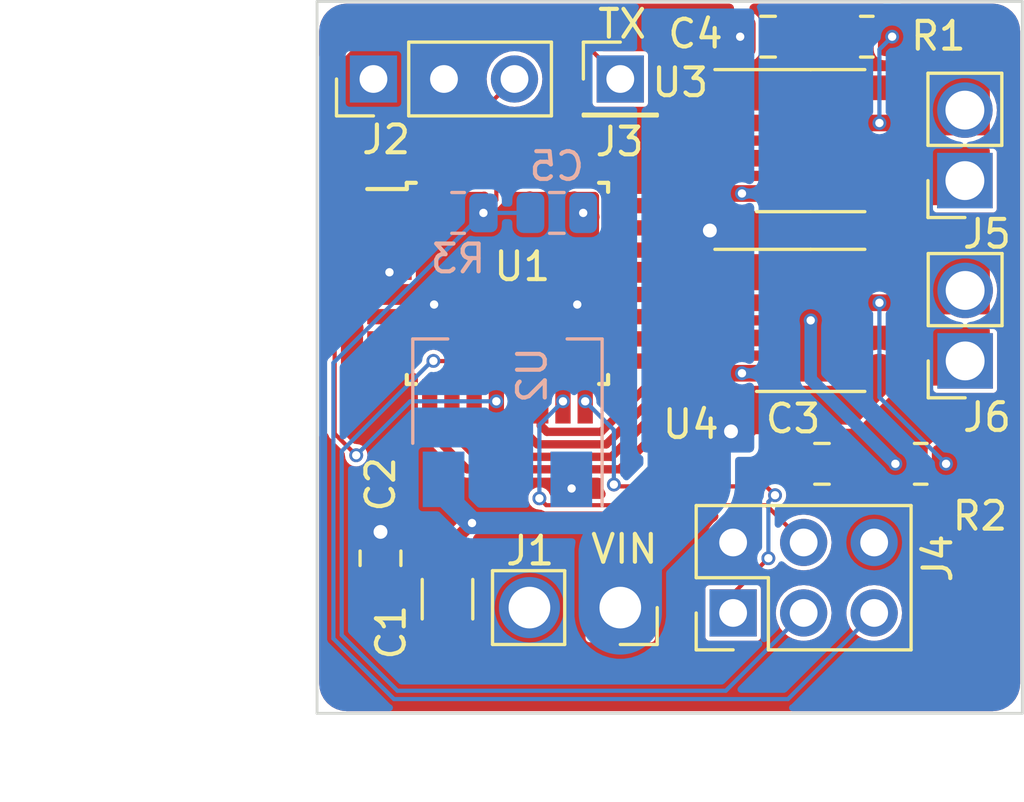
<source format=kicad_pcb>
(kicad_pcb (version 20240108) (generator "pcbnew") (generator_version "8.0")
  (layers (0 "F.Cu" signal) (31 "B.Cu" signal) (34 "B.Paste" user) (35 "F.Paste" user) (36 "B.SilkS" user "B.Silkscreen") (37 "F.SilkS" user "F.Silkscreen") (38 "B.Mask" user) (39 "F.Mask" user) (44 "Edge.Cuts" user))
  (net 0 "")
  (net 1 "Net-(U4-LSS)")
  (net 2 "Net-(U1-PD5)")
  (net 3 "Net-(U1-PD6)")
  (net 5 "+BATT")
  (net 7 "GND")
  (net 8 "/~{RST}")
  (net 9 "+5V")
  (net 10 "/MOSI")
  (net 11 "/SCK")
  (net 12 "/MISO")
  (net 13 "Net-(J3-Pin_1)")
  (net 17 "Net-(J5-Pin_1)")
  (net 18 "/RX")
  (net 19 "/TX")
  (net 24 "Net-(J5-Pin_2)")
  (net 25 "Net-(J6-Pin_2)")
  (net 27 "Net-(U3-LSS)")
  (net 28 "Net-(U1-PB1)")
  (net 29 "Net-(U1-PB2)")
  (net 34 "Net-(J6-Pin_1)")
  (footprint "Capacitor_SMD:C_0805_2012Metric" (layer "F.Cu") (at 130.81 52.578 90)
    (property "Reference" "C2" (at 2.667 0 90) (layer "F.SilkS"))
    (property "Value" "0.1uF")
    (fp_line (start -0.261252 -0.735) (end 0.261252 -0.735) (stroke (width 0.12)) (layer "F.SilkS"))
    (fp_line (start -0.261252 0.735) (end 0.261252 0.735) (stroke (width 0.12)) (layer "F.SilkS"))
    (pad "1" smd roundrect (at -0.95 0 90) (size 1 1.45) (layers "F.Cu" "F.Paste" "F.Mask") (net 7 "GND"))
    (pad "2" smd roundrect (at 0.95 0 90) (size 1 1.45) (layers "F.Cu" "F.Paste" "F.Mask") (net 9 "+5V"))
  )
  (footprint "Resistor_SMD:R_0805_2012Metric" (layer "F.Cu") (at 148.3245 33.781)
    (property "Reference" "R1" (at 2.5769 -0.0244 0) (layer "F.SilkS"))
    (property "Value" "0.2")
    (fp_line (start -0.227064 -0.735) (end 0.227064 -0.735) (stroke (width 0.12)) (layer "F.SilkS"))
    (fp_line (start -0.227064 0.735) (end 0.227064 0.735) (stroke (width 0.12)) (layer "F.SilkS"))
    (pad "1" smd roundrect (at -0.9125 0) (size 1.025 1.4) (layers "F.Cu" "F.Paste" "F.Mask") (roundrect_rratio 0.243902439) (net 7 "GND"))
    (pad "2" smd roundrect (at 0.9125 0) (size 1.025 1.4) (layers "F.Cu" "F.Paste" "F.Mask") (roundrect_rratio 0.243902439) (net 27 "Net-(U3-LSS)"))
  )
  (footprint "Capacitor_SMD:C_0805_2012Metric" (layer "F.Cu") (at 144.7704 33.781)
    (property "Reference" "C4" (at -2.6162 -0.1016 0) (layer "F.SilkS"))
    (property "Value" "0.1uF")
    (fp_line (start -0.261252 -0.735) (end 0.261252 -0.735) (stroke (width 0.12)) (layer "F.SilkS"))
    (fp_line (start -0.261252 0.735) (end 0.261252 0.735) (stroke (width 0.12)) (layer "F.SilkS"))
    (pad "1" smd roundrect (at -0.95 0) (size 1 1.45) (layers "F.Cu" "F.Paste" "F.Mask") (net 5 "+BATT"))
    (pad "2" smd roundrect (at 0.95 0) (size 1 1.45) (layers "F.Cu" "F.Paste" "F.Mask") (net 7 "GND"))
  )
  (footprint "Connector_PinSocket_2.54mm:PinSocket_1x02_P2.54mm_Vertical" (layer "F.Cu") (at 151.8574 38.968 180)
    (property "Reference" "J5" (at -0.7966 -1.926 0) (layer "F.SilkS"))
    (property "Value" "M1")
    (fp_line (start 1.33 1.27) (end 1.33 3.87) (stroke (width 0.12)) (layer "F.SilkS"))
    (fp_line (start 1.33 -1.33) (end 1.33 0) (stroke (width 0.12)) (layer "F.SilkS"))
    (fp_line (start 0 -1.33) (end 1.33 -1.33) (stroke (width 0.12)) (layer "F.SilkS"))
    (fp_line (start -1.33 3.87) (end 1.33 3.87) (stroke (width 0.12)) (layer "F.SilkS"))
    (fp_line (start -1.33 1.27) (end 1.33 1.27) (stroke (width 0.12)) (layer "F.SilkS"))
    (fp_line (start -1.33 1.27) (end -1.33 3.87) (stroke (width 0.12)) (layer "F.SilkS"))
    (pad "1" thru_hole rect (at 0 0 180) (size 2 2) (drill 1.4) (layers "*.Cu" "*.Mask") (net 17 "Net-(J5-Pin_1)"))
    (pad "2" thru_hole oval (at 0 2.54 180) (size 2 2) (drill 1.4) (layers "*.Cu" "*.Mask") (net 24 "Net-(J5-Pin_2)"))
  )
  (footprint "Capacitor_SMD:C_0805_2012Metric" (layer "F.Cu") (at 146.7104 49.1744)
    (property "Reference" "C3" (at -1.0414 -1.6256 0) (layer "F.SilkS"))
    (property "Value" "0.1uF")
    (fp_line (start -0.261252 -0.735) (end 0.261252 -0.735) (stroke (width 0.12)) (layer "F.SilkS"))
    (fp_line (start -0.261252 0.735) (end 0.261252 0.735) (stroke (width 0.12)) (layer "F.SilkS"))
    (pad "1" smd roundrect (at -0.95 0) (size 1 1.45) (layers "F.Cu" "F.Paste" "F.Mask") (net 5 "+BATT"))
    (pad "2" smd roundrect (at 0.95 0) (size 1 1.45) (layers "F.Cu" "F.Paste" "F.Mask") (net 7 "GND"))
  )
  (footprint "Connector_PinSocket_2.54mm:PinSocket_1x02_P2.54mm_Vertical" (layer "F.Cu") (at 139.446 54.356 -90)
    (property "Reference" "J1" (at -2.0472 3.2466 0) (layer "F.SilkS"))
    (property "Value" "Power")
    (fp_line (start -1.33 4.602) (end 1.33 4.602) (stroke (width 0.12)) (layer "F.SilkS"))
    (fp_line (start -1.33 2.002) (end -1.33 4.602) (stroke (width 0.12)) (layer "F.SilkS"))
    (fp_line (start -1.33 2.002) (end 1.33 2.002) (stroke (width 0.12)) (layer "F.SilkS"))
    (fp_line (start 1.33 2.002) (end 1.33 4.602) (stroke (width 0.12)) (layer "F.SilkS"))
    (fp_line (start 0 -1.33) (end 1.33 -1.33) (stroke (width 0.12)) (layer "F.SilkS"))
    (fp_line (start 1.33 -1.33) (end 1.33 0) (stroke (width 0.12)) (layer "F.SilkS"))
    (pad "1" thru_hole rect (at 0 0 270) (size 2.2 2.2) (drill 1.5) (layers "*.Cu" "*.Mask") (net 5 "+BATT"))
    (pad "2" thru_hole oval (at 0 3.272 270) (size 2.2 2.2) (drill 1.5) (layers "*.Cu" "*.Mask") (net 7 "GND"))
  )
  (footprint "Connector_PinSocket_2.54mm:PinSocket_1x02_P2.54mm_Vertical" (layer "F.Cu") (at 151.8666 45.466 180)
    (property "Reference" "J6" (at -0.7874 -2.032 0) (layer "F.SilkS"))
    (property "Value" "M2")
    (fp_line (start 1.33 1.27) (end 1.33 3.87) (stroke (width 0.12)) (layer "F.SilkS"))
    (fp_line (start 1.33 -1.33) (end 1.33 0) (stroke (width 0.12)) (layer "F.SilkS"))
    (fp_line (start 0 -1.33) (end 1.33 -1.33) (stroke (width 0.12)) (layer "F.SilkS"))
    (fp_line (start -1.33 3.87) (end 1.33 3.87) (stroke (width 0.12)) (layer "F.SilkS"))
    (fp_line (start -1.33 1.27) (end 1.33 1.27) (stroke (width 0.12)) (layer "F.SilkS"))
    (fp_line (start -1.33 1.27) (end -1.33 3.87) (stroke (width 0.12)) (layer "F.SilkS"))
    (pad "1" thru_hole rect (at 0 0 180) (size 2 2) (drill 1.4) (layers "*.Cu" "*.Mask") (net 34 "Net-(J6-Pin_1)"))
    (pad "2" thru_hole oval (at 0 2.54 180) (size 2 2) (drill 1.4) (layers "*.Cu" "*.Mask") (net 25 "Net-(J6-Pin_2)"))
  )
  (footprint "kibuzzard-6781F98D" (layer "F.Cu") (at 131.826 57.15)
    (property "Reference" "kibuzzard-6781F98D" (hide yes))
    (property "Value" "G***" (hide yes))
  )
  (footprint "Connector_PinHeader_2.54mm:PinHeader_1x01_P2.54mm_Vertical" (layer "F.Cu") (at 139.446 35.306)
    (property "Reference" "J3" (at -0.0254 2.2606 0) (layer "F.SilkS"))
    (property "Value" "Servo")
    (fp_line (start -1.33 -1.33) (end 0 -1.33) (stroke (width 0.12)) (layer "F.SilkS"))
    (fp_line (start -1.33 0) (end -1.33 -1.33) (stroke (width 0.12)) (layer "F.SilkS"))
    (fp_line (start -1.33 1.27) (end -1.33 1.33) (stroke (width 0.12)) (layer "F.SilkS"))
    (fp_line (start -1.33 1.27) (end 1.33 1.27) (stroke (width 0.12)) (layer "F.SilkS"))
    (fp_line (start -1.33 1.33) (end 1.33 1.33) (stroke (width 0.12)) (layer "F.SilkS"))
    (fp_line (start 1.33 1.27) (end 1.33 1.33) (stroke (width 0.12)) (layer "F.SilkS"))
    (pad "1" thru_hole rect (at 0 0) (size 1.7 1.7) (drill 1) (layers "*.Cu" "*.Mask") (net 13 "Net-(J3-Pin_1)"))
  )
  (footprint "Package_QFP:TQFP-32_7x7mm_P0.8mm" (layer "F.Cu") (at 135.382 42.672)
    (property "Reference" "U1" (at 0.5334 -0.6096 0) (layer "F.SilkS"))
    (property "Value" "ATmega328-A")
    (fp_line (start -3.625 -3.625) (end -3.625 -3.4) (stroke (width 0.15)) (layer "F.SilkS"))
    (fp_line (start -3.625 -3.625) (end -3.3 -3.625) (stroke (width 0.15)) (layer "F.SilkS"))
    (fp_line (start -3.625 -3.4) (end -5.05 -3.4) (stroke (width 0.15)) (layer "F.SilkS"))
    (fp_line (start -3.625 3.625) (end -3.625 3.3) (stroke (width 0.15)) (layer "F.SilkS"))
    (fp_line (start -3.625 3.625) (end -3.3 3.625) (stroke (width 0.15)) (layer "F.SilkS"))
    (fp_line (start 3.625 -3.625) (end 3.3 -3.625) (stroke (width 0.15)) (layer "F.SilkS"))
    (fp_line (start 3.625 -3.625) (end 3.625 -3.3) (stroke (width 0.15)) (layer "F.SilkS"))
    (fp_line (start 3.625 3.625) (end 3.3 3.625) (stroke (width 0.15)) (layer "F.SilkS"))
    (fp_line (start 3.625 3.625) (end 3.625 3.3) (stroke (width 0.15)) (layer "F.SilkS"))
    (pad "1" smd rect (at -4.25 -2.8) (size 1.6 0.55) (layers "F.Cu" "F.Paste" "F.Mask"))
    (pad "2" smd rect (at -4.25 -2) (size 1.6 0.55) (layers "F.Cu" "F.Paste" "F.Mask"))
    (pad "3" smd rect (at -4.25 -1.2) (size 1.6 0.55) (layers "F.Cu" "F.Paste" "F.Mask") (net 7 "GND"))
    (pad "4" smd rect (at -4.25 -0.4) (size 1.6 0.55) (layers "F.Cu" "F.Paste" "F.Mask") (net 9 "+5V"))
    (pad "5" smd rect (at -4.25 0.4) (size 1.6 0.55) (layers "F.Cu" "F.Paste" "F.Mask") (net 7 "GND"))
    (pad "6" smd rect (at -4.25 1.2) (size 1.6 0.55) (layers "F.Cu" "F.Paste" "F.Mask") (net 9 "+5V"))
    (pad "7" smd rect (at -4.25 2) (size 1.6 0.55) (layers "F.Cu" "F.Paste" "F.Mask"))
    (pad "8" smd rect (at -4.25 2.8) (size 1.6 0.55) (layers "F.Cu" "F.Paste" "F.Mask"))
    (pad "9" smd rect (at -2.8 4.25 90) (size 1.6 0.55) (layers "F.Cu" "F.Paste" "F.Mask") (net 2 "Net-(U1-PD5)"))
    (pad "10" smd rect (at -2 4.25 90) (size 1.6 0.55) (layers "F.Cu" "F.Paste" "F.Mask") (net 3 "Net-(U1-PD6)"))
    (pad "11" smd rect (at -1.2 4.25 90) (size 1.6 0.55) (layers "F.Cu" "F.Paste" "F.Mask"))
    (pad "12" smd rect (at -0.4 4.25 90) (size 1.6 0.55) (layers "F.Cu" "F.Paste" "F.Mask") (net 13 "Net-(J3-Pin_1)"))
    (pad "13" smd rect (at 0.4 4.25 90) (size 1.6 0.55) (layers "F.Cu" "F.Paste" "F.Mask") (net 28 "Net-(U1-PB1)"))
    (pad "14" smd rect (at 1.2 4.25 90) (size 1.6 0.55) (layers "F.Cu" "F.Paste" "F.Mask") (net 29 "Net-(U1-PB2)"))
    (pad "15" smd rect (at 2 4.25 90) (size 1.6 0.55) (layers "F.Cu" "F.Paste" "F.Mask") (net 10 "/MOSI"))
    (pad "16" smd rect (at 2.8 4.25 90) (size 1.6 0.55) (layers "F.Cu" "F.Paste" "F.Mask") (net 12 "/MISO"))
    (pad "17" smd rect (at 4.25 2.8) (size 1.6 0.55) (layers "F.Cu" "F.Paste" "F.Mask") (net 11 "/SCK"))
    (pad "18" smd rect (at 4.25 2) (size 1.6 0.55) (layers "F.Cu" "F.Paste" "F.Mask") (net 9 "+5V"))
    (pad "19" smd rect (at 4.25 1.2) (size 1.6 0.55) (layers "F.Cu" "F.Paste" "F.Mask"))
    (pad "20" smd rect (at 4.25 0.4) (size 1.6 0.55) (layers "F.Cu" "F.Paste" "F.Mask") (net 9 "+5V"))
    (pad "21" smd rect (at 4.25 -0.4) (size 1.6 0.55) (layers "F.Cu" "F.Paste" "F.Mask") (net 7 "GND"))
    (pad "22" smd rect (at 4.25 -1.2) (size 1.6 0.55) (layers "F.Cu" "F.Paste" "F.Mask"))
    (pad "23" smd rect (at 4.25 -2) (size 1.6 0.55) (layers "F.Cu" "F.Paste" "F.Mask"))
    (pad "24" smd rect (at 4.25 -2.8) (size 1.6 0.55) (layers "F.Cu" "F.Paste" "F.Mask"))
    (pad "25" smd rect (at 2.8 -4.25 90) (size 1.6 0.55) (layers "F.Cu" "F.Paste" "F.Mask"))
    (pad "26" smd rect (at 2 -4.25 90) (size 1.6 0.55) (layers "F.Cu" "F.Paste" "F.Mask"))
    (pad "27" smd rect (at 1.2 -4.25 90) (size 1.6 0.55) (layers "F.Cu" "F.Paste" "F.Mask"))
    (pad "28" smd rect (at 0.4 -4.25 90) (size 1.6 0.55) (layers "F.Cu" "F.Paste" "F.Mask"))
    (pad "29" smd rect (at -0.4 -4.25 90) (size 1.6 0.55) (layers "F.Cu" "F.Paste" "F.Mask") (net 8 "/~{RST}"))
    (pad "30" smd rect (at -1.2 -4.25 90) (size 1.6 0.55) (layers "F.Cu" "F.Paste" "F.Mask") (net 18 "/RX"))
    (pad "31" smd rect (at -2 -4.25 90) (size 1.6 0.55) (layers "F.Cu" "F.Paste" "F.Mask") (net 19 "/TX"))
    (pad "32" smd rect (at -2.8 -4.25 90) (size 1.6 0.55) (layers "F.Cu" "F.Paste" "F.Mask"))
  )
  (footprint "Package_SO:SOIC-8-1EP_3.9x4.9mm_P1.27mm_EP2.41x3.3mm" (layer "F.Cu") (at 146.304 44.005)
    (property "Reference" "U4" (at -4.318 3.747 0) (layer "F.SilkS"))
    (property "Value" "A4950E")
    (fp_line (start 0 -2.56) (end -3.45 -2.56) (stroke (width 0.12)) (layer "F.SilkS"))
    (fp_line (start 0 -2.56) (end 1.95 -2.56) (stroke (width 0.12)) (layer "F.SilkS"))
    (fp_line (start 0 2.56) (end -1.95 2.56) (stroke (width 0.12)) (layer "F.SilkS"))
    (fp_line (start 0 2.56) (end 1.95 2.56) (stroke (width 0.12)) (layer "F.SilkS"))
    (pad "1" smd roundrect (at -2.475 -1.905) (size 1.95 0.6) (layers "F.Cu" "F.Paste" "F.Mask") (net 7 "GND"))
    (pad "2" smd roundrect (at -2.475 -0.635) (size 1.95 0.6) (layers "F.Cu" "F.Paste" "F.Mask") (net 3 "Net-(U1-PD6)"))
    (pad "3" smd roundrect (at -2.475 0.635) (size 1.95 0.6) (layers "F.Cu" "F.Paste" "F.Mask") (net 2 "Net-(U1-PD5)"))
    (pad "4" smd roundrect (at -2.475 1.905) (size 1.95 0.6) (layers "F.Cu" "F.Paste" "F.Mask") (net 9 "+5V"))
    (pad "5" smd roundrect (at 2.475 1.905) (size 1.95 0.6) (layers "F.Cu" "F.Paste" "F.Mask") (net 5 "+BATT"))
    (pad "6" smd roundrect (at 2.475 0.635) (size 1.95 0.6) (layers "F.Cu" "F.Paste" "F.Mask") (net 34 "Net-(J6-Pin_1)"))
    (pad "7" smd roundrect (at 2.475 -0.635) (size 1.95 0.6) (layers "F.Cu" "F.Paste" "F.Mask") (net 1 "Net-(U4-LSS)"))
    (pad "8" smd roundrect (at 2.475 -1.905) (size 1.95 0.6) (layers "F.Cu" "F.Paste" "F.Mask") (net 25 "Net-(J6-Pin_2)"))
    (pad "9" smd rect (at 0 0) (size 2.41 3.3) (layers "F.Cu" "F.Mask") (net 7 "GND"))
  )
  (footprint "Resistor_SMD:R_0805_2012Metric" (layer "F.Cu") (at 150.2664 49.1744)
    (property "Reference" "R2" (at 2.1336 1.8796 0) (layer "F.SilkS"))
    (property "Value" "0.2")
    (fp_line (start -0.227064 -0.735) (end 0.227064 -0.735) (stroke (width 0.12)) (layer "F.SilkS"))
    (fp_line (start -0.227064 0.735) (end 0.227064 0.735) (stroke (width 0.12)) (layer "F.SilkS"))
    (pad "1" smd roundrect (at -0.9125 0) (size 1.025 1.4) (layers "F.Cu" "F.Paste" "F.Mask") (roundrect_rratio 0.243902439) (net 7 "GND"))
    (pad "2" smd roundrect (at 0.9125 0) (size 1.025 1.4) (layers "F.Cu" "F.Paste" "F.Mask") (roundrect_rratio 0.243902439) (net 1 "Net-(U4-LSS)"))
  )
  (footprint "Package_SO:SOIC-8-1EP_3.9x4.9mm_P1.27mm_EP2.41x3.3mm" (layer "F.Cu") (at 146.304 37.527)
    (property "Reference" "U3" (at -4.699 -2.094 0) (layer "F.SilkS"))
    (property "Value" "A4950E")
    (fp_line (start 0 -2.56) (end -3.45 -2.56) (stroke (width 0.12)) (layer "F.SilkS"))
    (fp_line (start 0 -2.56) (end 1.95 -2.56) (stroke (width 0.12)) (layer "F.SilkS"))
    (fp_line (start 0 2.56) (end -1.95 2.56) (stroke (width 0.12)) (layer "F.SilkS"))
    (fp_line (start 0 2.56) (end 1.95 2.56) (stroke (width 0.12)) (layer "F.SilkS"))
    (pad "1" smd roundrect (at -2.475 -1.905) (size 1.95 0.6) (layers "F.Cu" "F.Paste" "F.Mask") (net 7 "GND"))
    (pad "2" smd roundrect (at -2.475 -0.635) (size 1.95 0.6) (layers "F.Cu" "F.Paste" "F.Mask") (net 29 "Net-(U1-PB2)"))
    (pad "3" smd roundrect (at -2.475 0.635) (size 1.95 0.6) (layers "F.Cu" "F.Paste" "F.Mask") (net 28 "Net-(U1-PB1)"))
    (pad "4" smd roundrect (at -2.475 1.905) (size 1.95 0.6) (layers "F.Cu" "F.Paste" "F.Mask") (net 9 "+5V"))
    (pad "5" smd roundrect (at 2.475 1.905) (size 1.95 0.6) (layers "F.Cu" "F.Paste" "F.Mask") (net 5 "+BATT"))
    (pad "6" smd roundrect (at 2.475 0.635) (size 1.95 0.6) (layers "F.Cu" "F.Paste" "F.Mask") (net 17 "Net-(J5-Pin_1)"))
    (pad "7" smd roundrect (at 2.475 -0.635) (size 1.95 0.6) (layers "F.Cu" "F.Paste" "F.Mask") (net 27 "Net-(U3-LSS)"))
    (pad "8" smd roundrect (at 2.475 -1.905) (size 1.95 0.6) (layers "F.Cu" "F.Paste" "F.Mask") (net 24 "Net-(J5-Pin_2)"))
    (pad "9" smd rect (at 0 0) (size 2.41 3.3) (layers "F.Cu" "F.Mask") (net 7 "GND"))
  )
  (footprint "Capacitor_SMD:C_1206_3216Metric" (layer "F.Cu") (at 133.223 54.053 -90)
    (property "Reference" "C1" (at 1.192 2.032 90) (layer "F.SilkS"))
    (property "Value" "100uF")
    (fp_line (start -0.711252 0.91) (end 0.711252 0.91) (stroke (width 0.12)) (layer "F.SilkS"))
    (fp_line (start -0.711252 -0.91) (end 0.711252 -0.91) (stroke (width 0.12)) (layer "F.SilkS"))
    (pad "1" smd roundrect (at -1.475 0 270) (size 1.15 1.8) (layers "F.Cu" "F.Paste" "F.Mask") (roundrect_rratio 0.2173913043) (net 5 "+BATT"))
    (pad "2" smd roundrect (at 1.475 0 270) (size 1.15 1.8) (layers "F.Cu" "F.Paste" "F.Mask") (roundrect_rratio 0.2173913043) (net 7 "GND"))
  )
  (footprint "Connector_PinHeader_2.54mm:PinHeader_1x03_P2.54mm_Vertical" (layer "F.Cu") (at 130.556 35.306 90)
    (property "Reference" "J2" (at -2.1844 0.4572 180) (layer "F.SilkS"))
    (property "Value" "Servo")
    (fp_line (start -1.33 -1.33) (end 0 -1.33) (stroke (width 0.12)) (layer "F.SilkS"))
    (fp_line (start -1.33 0) (end -1.33 -1.33) (stroke (width 0.12)) (layer "F.SilkS"))
    (fp_line (start 1.33 1.27) (end 1.33 6.41) (stroke (width 0.12)) (layer "F.SilkS"))
    (fp_line (start -1.33 1.27) (end 1.33 1.27) (stroke (width 0.12)) (layer "F.SilkS"))
    (fp_line (start -1.33 1.27) (end -1.33 6.41) (stroke (width 0.12)) (layer "F.SilkS"))
    (fp_line (start -1.33 6.41) (end 1.33 6.41) (stroke (width 0.12)) (layer "F.SilkS"))
    (pad "1" thru_hole rect (at 0 0 90) (size 1.7 1.7) (drill 1) (layers "*.Cu" "*.Mask") (net 7 "GND"))
    (pad "2" thru_hole oval (at 0 2.54 90) (size 1.7 1.7) (drill 1) (layers "*.Cu" "*.Mask") (net 9 "+5V"))
    (pad "3" thru_hole oval (at 0 5.08 90) (size 1.7 1.7) (drill 1) (layers "*.Cu" "*.Mask") (net 18 "/RX"))
  )
  (footprint "Connector_PinHeader_2.54mm:PinHeader_2x03_P2.54mm_Vertical" (layer "F.Cu") (at 143.51 54.549 90)
    (property "Reference" "J4" (at 1.971 7.366 90) (layer "F.SilkS"))
    (property "Value" "AVR-ISP-6")
    (fp_line (start 3.87 -1.33) (end 3.87 6.41) (stroke (width 0.12)) (layer "F.SilkS"))
    (fp_line (start 1.27 -1.33) (end 3.87 -1.33) (stroke (width 0.12)) (layer "F.SilkS"))
    (fp_line (start -1.33 -1.33) (end 0 -1.33) (stroke (width 0.12)) (layer "F.SilkS"))
    (fp_line (start -1.33 0) (end -1.33 -1.33) (stroke (width 0.12)) (layer "F.SilkS"))
    (fp_line (start 1.27 1.27) (end 1.27 -1.33) (stroke (width 0.12)) (layer "F.SilkS"))
    (fp_line (start -1.33 1.27) (end 1.27 1.27) (stroke (width 0.12)) (layer "F.SilkS"))
    (fp_line (start -1.33 1.27) (end -1.33 6.41) (stroke (width 0.12)) (layer "F.SilkS"))
    (fp_line (start -1.33 6.41) (end 3.87 6.41) (stroke (width 0.12)) (layer "F.SilkS"))
    (pad "1" thru_hole rect (at 0 0 90) (size 1.7 1.7) (drill 1) (layers "*.Cu" "*.Mask") (net 12 "/MISO"))
    (pad "2" thru_hole oval (at 2.54 0 90) (size 1.7 1.7) (drill 1) (layers "*.Cu" "*.Mask") (net 9 "+5V"))
    (pad "3" thru_hole oval (at 0 2.54 90) (size 1.7 1.7) (drill 1) (layers "*.Cu" "*.Mask") (net 11 "/SCK"))
    (pad "4" thru_hole oval (at 2.54 2.54 90) (size 1.7 1.7) (drill 1) (layers "*.Cu" "*.Mask") (net 10 "/MOSI"))
    (pad "5" thru_hole oval (at 0 5.08 90) (size 1.7 1.7) (drill 1) (layers "*.Cu" "*.Mask") (net 8 "/~{RST}"))
    (pad "6" thru_hole oval (at 2.54 5.08 90) (size 1.7 1.7) (drill 1) (layers "*.Cu" "*.Mask") (net 7 "GND"))
  )
  (footprint "Capacitor_SMD:C_0805_2012Metric" (layer "B.Cu") (at 137.16 40.132 180)
    (property "Reference" "C5" (at 0 1.68 0) (layer "B.SilkS") (effects (justify mirror)))
    (property "Value" "0.1uF")
    (fp_line (start -0.261252 0.735) (end 0.261252 0.735) (stroke (width 0.12)) (layer "B.SilkS"))
    (fp_line (start -0.261252 -0.735) (end 0.261252 -0.735) (stroke (width 0.12)) (layer "B.SilkS"))
    (pad "1" smd roundrect (at -0.95 0 180) (size 1 1.45) (layers "B.Cu" "B.Paste" "B.Mask") (net 7 "GND"))
    (pad "2" smd roundrect (at 0.95 0 180) (size 1 1.45) (layers "B.Cu" "B.Paste" "B.Mask") (net 8 "/~{RST}"))
  )
  (footprint "Package_TO_SOT_SMD:SOT-223-3_TabPin2" (layer "B.Cu") (at 135.382 46.584 90)
    (property "Reference" "U2" (at 0.61 0.889 90) (layer "B.SilkS") (effects (justify mirror)))
    (property "Value" "AMS1117-5.0")
    (fp_line (start 1.91 -3.41) (end 1.91 -2.15) (stroke (width 0.12)) (layer "B.SilkS"))
    (fp_line (start -1.85 -3.41) (end 1.91 -3.41) (stroke (width 0.12)) (layer "B.SilkS"))
    (fp_line (start 1.91 3.41) (end 1.91 2.15) (stroke (width 0.12)) (layer "B.SilkS"))
    (fp_line (start -4.1 3.41) (end 1.91 3.41) (stroke (width 0.12)) (layer "B.SilkS"))
    (pad "1" smd rect (at -3.15 2.3 90) (size 2 1.5) (layers "B.Cu" "B.Paste" "B.Mask") (net 7 "GND"))
    (pad "2" smd rect (at -3.15 0 90) (size 2 1.5) (layers "B.Cu" "B.Paste" "B.Mask") (net 9 "+5V"))
    (pad "2" smd rect (at 3.15 0 90) (size 2 3.8) (layers "B.Cu" "B.Paste" "B.Mask") (net 9 "+5V"))
    (pad "3" smd rect (at -3.15 -2.3 90) (size 2 1.5) (layers "B.Cu" "B.Paste" "B.Mask") (net 5 "+BATT"))
  )
  (footprint "Resistor_SMD:R_0805_2012Metric" (layer "B.Cu") (at 133.604 40.132)
    (property "Reference" "R3" (at 0 1.65 0) (layer "B.SilkS") (effects (justify mirror)))
    (property "Value" "10k")
    (fp_line (start -0.227064 -0.735) (end 0.227064 -0.735) (stroke (width 0.12)) (layer "B.SilkS"))
    (fp_line (start -0.227064 0.735) (end 0.227064 0.735) (stroke (width 0.12)) (layer "B.SilkS"))
    (pad "1" smd roundrect (at -0.9125 0) (size 1.025 1.4) (layers "B.Cu" "B.Paste" "B.Mask") (roundrect_rratio 0.243902439) (net 9 "+5V"))
    (pad "2" smd roundrect (at 0.9125 0) (size 1.025 1.4) (layers "B.Cu" "B.Paste" "B.Mask") (roundrect_rratio 0.243902439) (net 8 "/~{RST}"))
  )
  (gr_line (start 153.924 32.512) (end 153.924 58.166) (stroke (width 0.1)) (layer "Edge.Cuts"))
  (gr_line (start 128.524 58.166) (end 128.524 32.512) (stroke (width 0.1)) (layer "Edge.Cuts"))
  (gr_line (start 153.924 32.512) (end 128.524 32.512) (stroke (width 0.1)) (layer "Edge.Cuts"))
  (gr_line (start 153.924 58.166) (end 128.524 58.166) (stroke (width 0.1)) (layer "Edge.Cuts"))
  (gr_text "TX\n" (at 138.557 33.909 0) (layer "F.SilkS") (effects (font (size 1 1)) (justify left bottom)))
  (gr_text "VIN" (at 138.303 52.832 0) (layer "F.SilkS") (effects (font (size 1 1)) (justify left bottom)))
  (via (at 148.779 43.37) (size 0.5) (drill 0.3) (layers "F.Cu" "B.Cu") (net 1))
  (via (at 151.1789 49.1744) (size 0.5) (drill 0.3) (layers "F.Cu" "B.Cu") (net 1))
  (segment (start 151.1789 49.1744) (end 148.779 46.7745) (width 0.15) (layer "B.Cu") (net 1))
  (segment (start 148.779 46.7745) (end 148.779 43.37) (width 0.15) (layer "B.Cu") (net 1))
  (segment (start 139.428396 49.372) (end 142.124 46.676396) (width 0.3) (layer "F.Cu") (net 2))
  (segment (start 133.932 49.372) (end 139.428396 49.372) (width 0.3) (layer "F.Cu") (net 2))
  (segment (start 132.582 48.022) (end 133.932 49.372) (width 0.3) (layer "F.Cu") (net 2))
  (segment (start 142.124 46.676396) (end 142.124 45.466) (width 0.3) (layer "F.Cu") (net 2))
  (segment (start 132.582 46.922) (end 132.582 48.022) (width 0.3) (layer "F.Cu") (net 2))
  (segment (start 142.124 45.466) (end 142.95 44.64) (width 0.3) (layer "F.Cu") (net 2))
  (segment (start 142.95 44.64) (end 143.829 44.64) (width 0.3) (layer "F.Cu") (net 2))
  (segment (start 143.829 43.37) (end 143.066 43.37) (width 0.3) (layer "F.Cu") (net 3))
  (segment (start 139.129792 48.922) (end 134.266 48.922) (width 0.3) (layer "F.Cu") (net 3))
  (segment (start 133.382 48.038) (end 133.382 46.922) (width 0.3) (layer "F.Cu") (net 3))
  (segment (start 141.674 44.762) (end 141.674 46.377792) (width 0.3) (layer "F.Cu") (net 3))
  (segment (start 143.066 43.37) (end 141.674 44.762) (width 0.3) (layer "F.Cu") (net 3))
  (segment (start 134.266 48.922) (end 133.382 48.038) (width 0.3) (layer "F.Cu") (net 3))
  (segment (start 141.674 46.377792) (end 139.129792 48.922) (width 0.3) (layer "F.Cu") (net 3))
  (segment (start 144.3798 47.06) (end 143.4338 48.006) (width 1.4) (layer "F.Cu") (net 5))
  (segment (start 133.604 52.578) (end 133.604 51.81) (width 0.45) (layer "F.Cu") (net 5))
  (segment (start 147.629 47.06) (end 144.3798 47.06) (width 1.4) (layer "F.Cu") (net 5))
  (segment (start 144.6174 48.0314) (end 143.4084 48.0314) (width 0.15) (layer "F.Cu") (net 5))
  (segment (start 148.779 45.91) (end 147.629 47.06) (width 1.4) (layer "F.Cu") (net 5))
  (segment (start 143.4338 48.006) (end 143.4084 48.0314) (width 1.4) (layer "F.Cu") (net 5))
  (segment (start 133.604 51.81) (end 134.106 51.308) (width 0.45) (layer "F.Cu") (net 5))
  (segment (start 145.7604 49.1744) (end 144.6174 48.0314) (width 0.15) (layer "F.Cu") (net 5))
  (segment (start 147.444 40.767) (end 148.779 39.432) (width 1.4) (layer "F.Cu") (net 5))
  (segment (start 142.6718 40.767) (end 147.444 40.767) (width 1.4) (layer "F.Cu") (net 5))
  (via (at 134.106 51.308) (size 0.5) (drill 0.3) (layers "F.Cu" "B.Cu") (net 5))
  (via (at 143.4338 48.006) (size 0.8) (drill 0.5) (layers "F.Cu" "B.Cu") (net 5))
  (via (at 143.764 33.782) (size 0.5) (drill 0.3) (layers "F.Cu" "B.Cu") (net 5))
  (via (at 142.6718 40.767) (size 0.8) (drill 0.5) (layers "F.Cu" "B.Cu") (net 5))
  (segment (start 133.082 50.284) (end 134.106 51.308) (width 0.8) (layer "B.Cu") (net 5))
  (segment (start 139.446 54.549) (end 139.446 52.377033) (width 3) (layer "B.Cu") (net 5))
  (segment (start 133.082 49.734) (end 133.082 50.284) (width 0.8) (layer "B.Cu") (net 5))
  (segment (start 141.929 41.5098) (end 142.574397 40.864403) (width 3) (layer "B.Cu") (net 5))
  (segment (start 139.446 52.377033) (end 141.929 49.894033) (width 3) (layer "B.Cu") (net 5))
  (segment (start 141.929 49.894033) (end 141.929 41.5098) (width 3) (layer "B.Cu") (net 5))
  (segment (start 139.446 51.796) (end 138.958 51.308) (width 0.8) (layer "B.Cu") (net 5))
  (segment (start 134.106 51.308) (end 138.958 51.308) (width 0.8) (layer "B.Cu") (net 5))
  (segment (start 144.399 42.1) (end 143.829 42.1) (width 0.45) (layer "F.Cu") (net 7))
  (segment (start 146.304 44.005) (end 144.399 42.1) (width 0.45) (layer "F.Cu") (net 7))
  (via (at 137.6934 50.0634) (size 0.5) (drill 0.3) (layers "F.Cu" "B.Cu") (net 7))
  (via (at 138.11 40.132) (size 0.5) (drill 0.3) (layers "F.Cu" "B.Cu") (net 7))
  (via (at 149.3539 49.1744) (size 0.5) (drill 0.3) (layers "F.Cu" "B.Cu") (net 7))
  (via (at 146.304 44.005) (size 0.5) (drill 0.3) (layers "F.Cu" "B.Cu") (net 7))
  (segment (start 146.304 44.005) (end 146.304 46.1245) (width 0.45) (layer "B.Cu") (net 7))
  (segment (start 146.304 46.1245) (end 149.3539 49.1744) (width 0.45) (layer "B.Cu") (net 7))
  (segment (start 134.982 38.422) (end 134.982 39.6665) (width 0.15) (layer "F.Cu") (net 8))
  (segment (start 134.982 39.6665) (end 134.5165 40.132) (width 0.15) (layer "F.Cu") (net 8))
  (via (at 134.5165 40.132) (size 0.5) (drill 0.3) (layers "F.Cu" "B.Cu") (net 8))
  (segment (start 145.4858 57.6532) (end 131.295336 57.6532) (width 0.15) (layer "B.Cu") (net 8))
  (segment (start 129.113 55.470864) (end 129.113 45.5355) (width 0.15) (layer "B.Cu") (net 8))
  (segment (start 134.5165 40.132) (end 136.21 40.132) (width 0.15) (layer "B.Cu") (net 8))
  (segment (start 131.295336 57.6532) (end 129.113 55.470864) (width 0.15) (layer "B.Cu") (net 8))
  (segment (start 148.59 54.549) (end 145.4858 57.6532) (width 0.15) (layer "B.Cu") (net 8))
  (segment (start 129.113 45.5355) (end 134.5165 40.132) (width 0.15) (layer "B.Cu") (net 8))
  (segment (start 131.132 43.872) (end 132.3024 43.872) (width 0.45) (layer "F.Cu") (net 9))
  (segment (start 138.607 44.672) (end 137.8966 43.9616) (width 0.45) (layer "F.Cu") (net 9))
  (segment (start 137.8966 43.9616) (end 137.8966 43.434) (width 0.45) (layer "F.Cu") (net 9))
  (segment (start 139.632 43.072) (end 138.2586 43.072) (width 0.45) (layer "F.Cu") (net 9))
  (segment (start 132.3024 43.872) (end 132.7404 43.434) (width 0.45) (layer "F.Cu") (net 9))
  (segment (start 138.2586 43.072) (end 137.8966 43.434) (width 0.45) (layer "F.Cu") (net 9))
  (segment (start 139.632 44.672) (end 138.607 44.672) (width 0.45) (layer "F.Cu") (net 9))
  (via (at 131.132 42.272) (size 0.5) (drill 0.3) (layers "F.Cu" "B.Cu") (net 9))
  (via (at 132.7404 43.434) (size 0.5) (drill 0.3) (layers "F.Cu" "B.Cu") (net 9))
  (via (at 137.8966 43.434) (size 0.5) (drill 0.3) (layers "F.Cu" "B.Cu") (net 9))
  (via (at 130.81 51.628) (size 0.8) (drill 0.5) (layers "F.Cu" "B.Cu") (net 9))
  (via (at 143.829 45.91) (size 0.5) (drill 0.3) (layers "F.Cu" "B.Cu") (net 9))
  (via (at 143.829 39.432) (size 0.5) (drill 0.3) (layers "F.Cu" "B.Cu") (net 9))
  (segment (start 144.7064 50.6654) (end 146.05 52.009) (width 0.15) (layer "F.Cu") (net 10))
  (segment (start 136.778898 50.6654) (end 144.7064 50.6654) (width 0.15) (layer "F.Cu") (net 10))
  (segment (start 136.532498 50.419) (end 136.778898 50.6654) (width 0.15) (layer "F.Cu") (net 10))
  (via (at 137.382 46.922) (size 0.5) (drill 0.3) (layers "F.Cu" "B.Cu") (net 10))
  (via (at 136.532498 50.419) (size 0.5) (drill 0.3) (layers "F.Cu" "B.Cu") (net 10))
  (segment (start 136.532498 50.419) (end 136.532498 47.771502) (width 0.15) (layer "B.Cu") (net 10))
  (segment (start 136.532498 47.771502) (end 137.382 46.922) (width 0.15) (layer "B.Cu") (net 10))
  (segment (start 132.715 45.466) (end 132.721 45.472) (width 0.15) (layer "F.Cu") (net 11))
  (segment (start 132.721 45.472) (end 139.632 45.472) (width 0.15) (layer "F.Cu") (net 11))
  (via (at 132.715 45.466) (size 0.5) (drill 0.3) (layers "F.Cu" "B.Cu") (net 11))
  (segment (start 129.413 48.7172) (end 132.6642 45.466) (width 0.15) (layer "B.Cu") (net 11))
  (segment (start 129.413 48.8696) (end 129.413 48.7172) (width 0.15) (layer "B.Cu") (net 11))
  (segment (start 129.413 55.3466) (end 129.413 48.8696) (width 0.15) (layer "B.Cu") (net 11))
  (segment (start 143.2458 57.3532) (end 131.4196 57.3532) (width 0.15) (layer "B.Cu") (net 11))
  (segment (start 132.6642 45.466) (end 132.715 45.466) (width 0.15) (layer "B.Cu") (net 11))
  (segment (start 146.05 54.549) (end 143.2458 57.3532) (width 0.15) (layer "B.Cu") (net 11))
  (segment (start 131.4196 57.3532) (end 129.413 55.3466) (width 0.15) (layer "B.Cu") (net 11))
  (segment (start 145.019376 50.306624) (end 144.699952 49.9872) (width 0.15) (layer "F.Cu") (net 12))
  (segment (start 144.78 52.578) (end 143.51 53.848) (width 0.15) (layer "F.Cu") (net 12))
  (segment (start 144.699952 49.9872) (end 139.280227 49.9872) (width 0.15) (layer "F.Cu") (net 12))
  (segment (start 139.280227 49.9872) (end 139.214527 49.9215) (width 0.15) (layer "F.Cu") (net 12))
  (segment (start 143.51 53.848) (end 143.51 54.549) (width 0.15) (layer "F.Cu") (net 12))
  (via (at 145.019376 50.306624) (size 0.5) (drill 0.3) (layers "F.Cu" "B.Cu") (net 12))
  (via (at 139.214527 49.9215) (size 0.5) (drill 0.3) (layers "F.Cu" "B.Cu") (net 12))
  (via (at 144.78 52.578) (size 0.5) (drill 0.3) (layers "F.Cu" "B.Cu") (net 12))
  (via (at 138.182 46.922) (size 0.5) (drill 0.3) (layers "F.Cu" "B.Cu") (net 12))
  (segment (start 139.214527 49.9215) (end 139.214527 47.954527) (width 0.15) (layer "B.Cu") (net 12))
  (segment (start 145.019376 50.306624) (end 144.78 50.546) (width 0.15) (layer "B.Cu") (net 12))
  (segment (start 144.78 50.546) (end 144.78 52.578) (width 0.15) (layer "B.Cu") (net 12))
  (segment (start 139.214527 47.954527) (end 138.182 46.922) (width 0.15) (layer "B.Cu") (net 12))
  (segment (start 129.9554 33.7566) (end 137.8966 33.7566) (width 0.15) (layer "F.Cu") (net 13))
  (segment (start 129.934973 48.866273) (end 129.159 48.0903) (width 0.15) (layer "F.Cu") (net 13))
  (segment (start 129.159 48.0903) (end 129.159 34.553) (width 0.15) (layer "F.Cu") (net 13))
  (segment (start 129.159 34.553) (end 129.9554 33.7566) (width 0.15) (layer "F.Cu") (net 13))
  (segment (start 137.8966 33.7566) (end 139.446 35.306) (width 0.15) (layer "F.Cu") (net 13))
  (via (at 129.934973 48.866273) (size 0.5) (drill 0.3) (layers "F.Cu" "B.Cu") (net 13))
  (via (at 134.982 46.922) (size 0.5) (drill 0.3) (layers "F.Cu" "B.Cu") (net 13))
  (segment (start 131.879246 46.922) (end 134.982 46.922) (width 0.15) (layer "B.Cu") (net 13))
  (segment (start 129.934973 48.866273) (end 131.879246 46.922) (width 0.15) (layer "B.Cu") (net 13))
  (segment (start 135.636 35.306) (end 134.182 36.76) (width 0.15) (layer "F.Cu") (net 18))
  (segment (start 134.182 36.76) (end 134.182 38.422) (width 0.15) (layer "F.Cu") (net 18))
  (via (at 148.779 36.892) (size 0.5) (drill 0.3) (layers "F.Cu" "B.Cu") (net 27))
  (via (at 149.237 33.781) (size 0.5) (drill 0.3) (layers "F.Cu" "B.Cu") (net 27))
  (segment (start 148.779 36.892) (end 148.779 34.239) (width 0.15) (layer "B.Cu") (net 27))
  (segment (start 148.779 34.239) (end 149.237 33.781) (width 0.15) (layer "B.Cu") (net 27))
  (segment (start 141.224 40.425604) (end 143.487604 38.162) (width 0.3) (layer "F.Cu") (net 28))
  (segment (start 143.487604 38.162) (end 143.829 38.162) (width 0.3) (layer "F.Cu") (net 28))
  (segment (start 135.782 47.797) (end 136.457 48.472) (width 0.3) (layer "F.Cu") (net 28))
  (segment (start 135.782 46.922) (end 135.782 47.797) (width 0.3) (layer "F.Cu") (net 28))
  (segment (start 138.943396 48.472) (end 141.224 46.191396) (width 0.3) (layer "F.Cu") (net 28))
  (segment (start 136.457 48.472) (end 138.943396 48.472) (width 0.3) (layer "F.Cu") (net 28))
  (segment (start 141.224 46.191396) (end 141.224 40.425604) (width 0.3) (layer "F.Cu") (net 28))
  (segment (start 136.807 48.022) (end 136.582 47.797) (width 0.3) (layer "F.Cu") (net 29))
  (segment (start 143.194 36.892) (end 140.732 39.354) (width 0.3) (layer "F.Cu") (net 29))
  (segment (start 136.582 47.797) (end 136.582 46.922) (width 0.3) (layer "F.Cu") (net 29))
  (segment (start 143.829 36.892) (end 143.194 36.892) (width 0.3) (layer "F.Cu") (net 29))
  (segment (start 140.732 39.354) (end 140.732 46.047) (width 0.3) (layer "F.Cu") (net 29))
  (segment (start 140.732 46.047) (end 138.757 48.022) (width 0.3) (layer "F.Cu") (net 29))
  (segment (start 138.757 48.022) (end 136.807 48.022) (width 0.3) (layer "F.Cu") (net 29))
  (zone (net 34) (net_name "Net-(J6-Pin_1)") (layer "F.Cu") (priority 2) (connect_pads yes (clearance 0.15)) (min_thickness 0.35) (fill yes (thermal_gap 0.5) (thermal_bridge_width 0.5))
    (polygon (pts (xy 147.6756 44.196) (xy 152.7556 44.196) (xy 152.7556 46.355) (xy 150.1648 46.355) (xy 150.1648 45.085) (xy 147.6756 45.085)))
  )
  (zone (net 25) (net_name "Net-(J6-Pin_2)") (layer "F.Cu") (priority 2) (connect_pads yes (clearance 0.15)) (min_thickness 0.35) (fill yes (thermal_gap 0.5) (thermal_bridge_width 0.5))
    (polygon (pts (xy 147.6756 41.6306) (xy 152.7556 41.6306) (xy 152.7556 43.7896) (xy 150.1648 43.7896) (xy 150.1648 42.5196) (xy 147.6756 42.5196)))
  )
  (zone (net 24) (net_name "Net-(J5-Pin_2)") (layer "F.Cu") (priority 2) (connect_pads yes (clearance 0.15)) (min_thickness 0.35) (fill yes (thermal_gap 0.5) (thermal_bridge_width 0.5))
    (polygon (pts (xy 147.6756 35.179) (xy 152.7556 35.179) (xy 152.7556 37.338) (xy 150.1648 37.338) (xy 150.1648 36.068) (xy 147.6756 36.068)))
  )
  (zone (net 7) (net_name "GND") (layer "F.Cu") (connect_pads yes (clearance 0.15)) (min_thickness 0.35) (fill yes (thermal_gap 0.5) (thermal_bridge_width 0.5) (smoothing fillet) (radius 1))
    (polygon (pts (xy 153.8478 58.0898) (xy 128.6002 58.0898) (xy 128.6002 32.5882) (xy 153.8478 32.5882)))
  )
  (zone (net 17) (net_name "Net-(J5-Pin_1)") (layer "F.Cu") (priority 3) (connect_pads yes (clearance 0.15)) (min_thickness 0.35) (fill yes (thermal_gap 0.5) (thermal_bridge_width 0.5))
    (polygon (pts (xy 147.6756 37.719) (xy 152.7556 37.719) (xy 152.7556 39.8526) (xy 150.1648 39.8526) (xy 150.1648 38.608) (xy 147.6756 38.608)))
  )
  (zone (net 5) (net_name "+BATT") (layer "B.Cu") (priority 4) (connect_pads yes (clearance 0.15)) (min_thickness 0.35) (fill yes (thermal_gap 0.5) (thermal_bridge_width 0.5))
    (polygon (pts (xy 140.208 48.768) (xy 144.272 48.768) (xy 144.272 32.766) (xy 140.208 32.766)))
  )
  (zone (net 9) (net_name "+5V") (layer "B.Cu") (priority 1) (connect_pads yes (clearance 0.15)) (min_thickness 0.25) (fill yes (thermal_gap 0.5) (thermal_bridge_width 0.5) (smoothing fillet) (radius 1))
    (polygon (pts (xy 153.8478 32.5882) (xy 153.8478 58.0898) (xy 128.6002 58.0898) (xy 128.6002 32.5882)))
  )
)
</source>
